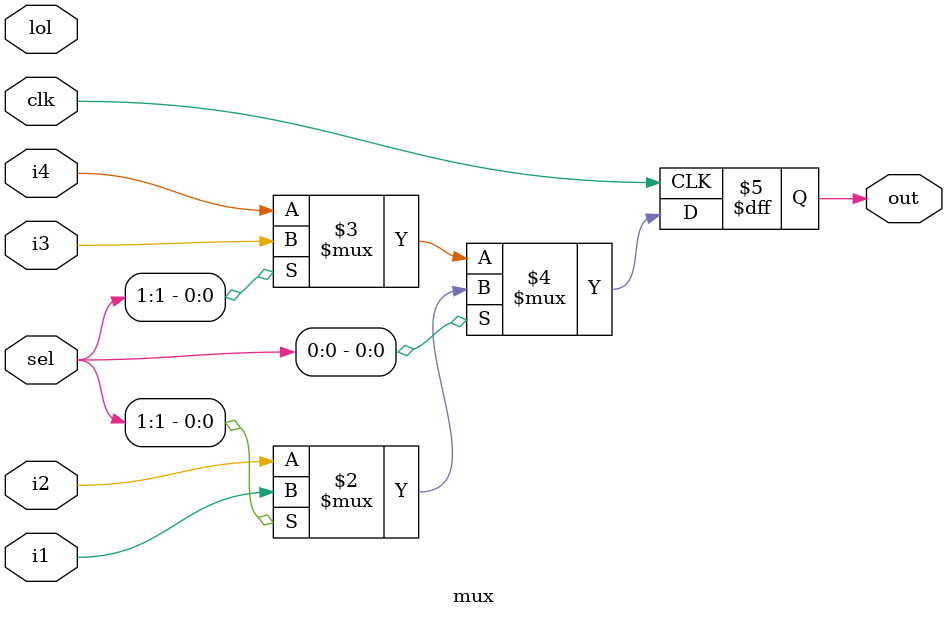
<source format=v>
module mux(
		i1,
		i2,
		i3,
		i4,
		sel,
		out,
		clk,
		lol
		);
input i1,i2,i3,i4,clk;
input [1:0] sel;
input [2:1] lol;
output out;

always @(posedge clk) begin
	out= sel[0] ? (sel[1] ? i1:i2) : (sel[1] ? i3:i4); 
	end
//assign out= sel[0] ? (sel[1] ? i1:i2) : (sel[1] ? i3&i4:i4);
endmodule

</source>
